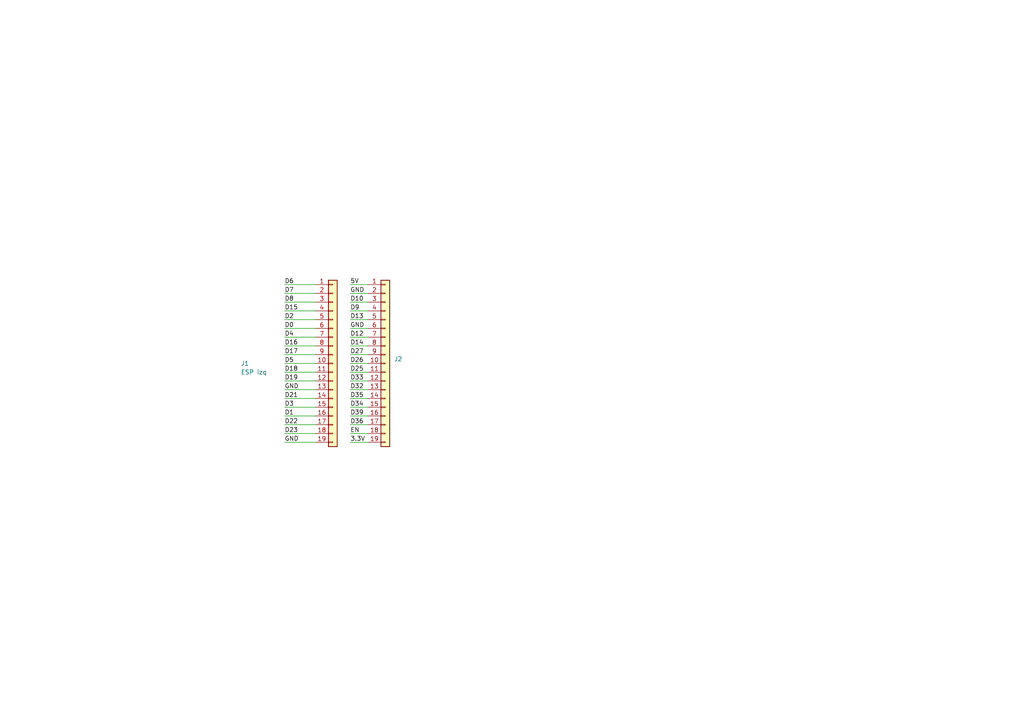
<source format=kicad_sch>
(kicad_sch (version 20230121) (generator eeschema)
  (paper "A4")
  (lib_symbols
    (symbol "Conect_gen:Conn_01x19" (pin_names (offset 1.016) hide)
      (property "Reference" "J" (at 0 25.4 0))
      (property "Value" "Conn_01x19" (at 0 -25.4 0))
      (symbol "Conn_01x19_1_1"
        (rectangle (start -1.27 -22.733) (end 0 -22.987) (stroke (width 0.1524)))
        (rectangle (start -1.27 -20.193) (end 0 -20.447) (stroke (width 0.1524)))
        (rectangle (start -1.27 -17.653) (end 0 -17.907) (stroke (width 0.1524)))
        (rectangle (start -1.27 -15.113) (end 0 -15.367) (stroke (width 0.1524)))
        (rectangle (start -1.27 -12.573) (end 0 -12.827) (stroke (width 0.1524)))
        (rectangle (start -1.27 -10.033) (end 0 -10.287) (stroke (width 0.1524)))
        (rectangle (start -1.27 -7.493) (end 0 -7.747) (stroke (width 0.1524)))
        (rectangle (start -1.27 -4.953) (end 0 -5.207) (stroke (width 0.1524)))
        (rectangle (start -1.27 -2.413) (end 0 -2.667) (stroke (width 0.1524)))
        (rectangle (start -1.27 0.127) (end 0 -0.127) (stroke (width 0.1524)))
        (rectangle (start -1.27 2.667) (end 0 2.413) (stroke (width 0.1524)))
        (rectangle (start -1.27 5.207) (end 0 4.953) (stroke (width 0.1524)))
        (rectangle (start -1.27 7.747) (end 0 7.493) (stroke (width 0.1524)))
        (rectangle (start -1.27 10.287) (end 0 10.033) (stroke (width 0.1524)))
        (rectangle (start -1.27 12.827) (end 0 12.573) (stroke (width 0.1524)))
        (rectangle (start -1.27 15.367) (end 0 15.113) (stroke (width 0.1524)))
        (rectangle (start -1.27 17.907) (end 0 17.653) (stroke (width 0.1524)))
        (rectangle (start -1.27 20.447) (end 0 20.193) (stroke (width 0.1524)))
        (rectangle (start -1.27 22.987) (end 0 22.733) (stroke (width 0.1524)))
        (rectangle (start -1.27 24.13) (end 1.27 -24.13) (stroke (width 0.254)) (fill (type background)))
        (pin passive line (at -5.08 22.86 0) (length 3.81) (name "Pin_1") (number "1"))
        (pin passive line (at -5.08 0 0) (length 3.81) (name "Pin_10") (number "10"))
        (pin passive line (at -5.08 -2.54 0) (length 3.81) (name "Pin_11") (number "11"))
        (pin passive line (at -5.08 -5.08 0) (length 3.81) (name "Pin_12") (number "12"))
        (pin passive line (at -5.08 -7.62 0) (length 3.81) (name "Pin_13") (number "13"))
        (pin passive line (at -5.08 -10.16 0) (length 3.81) (name "Pin_14") (number "14"))
        (pin passive line (at -5.08 -12.7 0) (length 3.81) (name "Pin_15") (number "15"))
        (pin passive line (at -5.08 -15.24 0) (length 3.81) (name "Pin_16") (number "16"))
        (pin passive line (at -5.08 -17.78 0) (length 3.81) (name "Pin_17") (number "17"))
        (pin passive line (at -5.08 -20.32 0) (length 3.81) (name "Pin_18") (number "18"))
        (pin passive line (at -5.08 -22.86 0) (length 3.81) (name "Pin_19") (number "19"))
        (pin passive line (at -5.08 20.32 0) (length 3.81) (name "Pin_2") (number "2"))
        (pin passive line (at -5.08 17.78 0) (length 3.81) (name "Pin_3") (number "3"))
        (pin passive line (at -5.08 15.24 0) (length 3.81) (name "Pin_4") (number "4"))
        (pin passive line (at -5.08 12.7 0) (length 3.81) (name "Pin_5") (number "5"))
        (pin passive line (at -5.08 10.16 0) (length 3.81) (name "Pin_6") (number "6"))
        (pin passive line (at -5.08 7.62 0) (length 3.81) (name "Pin_7") (number "7"))
        (pin passive line (at -5.08 5.08 0) (length 3.81) (name "Pin_8") (number "8"))
        (pin passive line (at -5.08 2.54 0) (length 3.81) (name "Pin_9") (number "9"))
      )
    )
  )
  (wire (pts (xy 82.55 105.41) (xy 91.44 105.41)))
  (wire (pts (xy 101.6 110.49) (xy 106.68 110.49)))
  (wire (pts (xy 101.6 87.63) (xy 106.68 87.63)))
  (wire (pts (xy 101.6 113.03) (xy 106.68 113.03)))
  (wire (pts (xy 101.6 105.41) (xy 106.68 105.41)))
  (wire (pts (xy 82.55 115.57) (xy 91.44 115.57)))
  (wire (pts (xy 101.6 90.17) (xy 106.68 90.17)))
  (wire (pts (xy 82.55 128.27) (xy 91.44 128.27)))
  (wire (pts (xy 101.6 85.09) (xy 106.68 85.09)))
  (wire (pts (xy 82.55 100.33) (xy 91.44 100.33)))
  (wire (pts (xy 101.6 120.65) (xy 106.68 120.65)))
  (wire (pts (xy 82.55 92.71) (xy 91.44 92.71)))
  (wire (pts (xy 82.55 110.49) (xy 91.44 110.49)))
  (wire (pts (xy 82.55 90.17) (xy 91.44 90.17)))
  (wire (pts (xy 101.6 100.33) (xy 106.68 100.33)))
  (wire (pts (xy 101.6 92.71) (xy 106.68 92.71)))
  (wire (pts (xy 101.6 97.79) (xy 106.68 97.79)))
  (wire (pts (xy 82.55 85.09) (xy 91.44 85.09)))
  (wire (pts (xy 101.6 102.87) (xy 106.68 102.87)))
  (wire (pts (xy 101.6 128.27) (xy 106.68 128.27)))
  (wire (pts (xy 82.55 102.87) (xy 91.44 102.87)))
  (wire (pts (xy 101.6 82.55) (xy 106.68 82.55)))
  (wire (pts (xy 82.55 118.11) (xy 91.44 118.11)))
  (wire (pts (xy 82.55 120.65) (xy 91.44 120.65)))
  (wire (pts (xy 82.55 97.79) (xy 91.44 97.79)))
  (wire (pts (xy 82.55 87.63) (xy 91.44 87.63)))
  (wire (pts (xy 101.6 125.73) (xy 106.68 125.73)))
  (wire (pts (xy 82.55 82.55) (xy 91.44 82.55)))
  (wire (pts (xy 101.6 95.25) (xy 106.68 95.25)))
  (wire (pts (xy 101.6 107.95) (xy 106.68 107.95)))
  (wire (pts (xy 82.55 113.03) (xy 91.44 113.03)))
  (wire (pts (xy 101.6 123.19) (xy 106.68 123.19)))
  (wire (pts (xy 101.6 115.57) (xy 106.68 115.57)))
  (wire (pts (xy 82.55 123.19) (xy 91.44 123.19)))
  (wire (pts (xy 82.55 125.73) (xy 91.44 125.73)))
  (wire (pts (xy 101.6 118.11) (xy 106.68 118.11)))
  (wire (pts (xy 82.55 95.25) (xy 91.44 95.25)))
  (wire (pts (xy 82.55 107.95) (xy 91.44 107.95)))
  (label "D12" (at 101.6 97.79 0))
  (label "D3" (at 82.55 118.11 0))
  (label "D5" (at 82.55 105.41 0))
  (label "EN" (at 101.6 125.73 0))
  (label "GND" (at 82.55 128.27 0))
  (label "D4" (at 82.55 97.79 0))
  (label "D14" (at 101.6 100.33 0))
  (label "D13" (at 101.6 92.71 0))
  (label "D23" (at 82.55 125.73 0))
  (label "3.3V" (at 101.6 128.27 0))
  (label "D33" (at 101.6 110.49 0))
  (label "GND" (at 101.6 95.25 0))
  (label "D35" (at 101.6 115.57 0))
  (label "D18" (at 82.55 107.95 0))
  (label "D2" (at 82.55 92.71 0))
  (label "D27" (at 101.6 102.87 0))
  (label "D7" (at 82.55 85.09 0))
  (label "D26" (at 101.6 105.41 0))
  (label "GND" (at 82.55 113.03 0))
  (label "D8" (at 82.55 87.63 0))
  (label "D39" (at 101.6 120.65 0))
  (label "D0" (at 82.55 95.25 0))
  (label "D25" (at 101.6 107.95 0))
  (label "GND" (at 101.6 85.09 0))
  (label "D34" (at 101.6 118.11 0))
  (label "D19" (at 82.55 110.49 0))
  (label "D21" (at 82.55 115.57 0))
  (label "D32" (at 101.6 113.03 0))
  (label "D15" (at 82.55 90.17 0))
  (label "D17" (at 82.55 102.87 0))
  (label "D10" (at 101.6 87.63 0))
  (label "D9" (at 101.6 90.17 0))
  (label "D6" (at 82.55 82.55 0))
  (label "D1" (at 82.55 120.65 0))
  (label "D22" (at 82.55 123.19 0))
  (label "5V" (at 101.6 82.55 0))
  (label "D36" (at 101.6 123.19 0))
  (label "D16" (at 82.55 100.33 0))
  (symbol (lib_id "Conect_gen:Conn_01x19") (at 111.76 105.41 0) (unit 1)
    (property "Reference" "J2" (at 114.3 104.14 0) (effects (justify left)))
    (property "Value" "ESP der" (effects hide))
    (property "Footprint" "Connector_PinSocket_2.54mm:PinSocket_1x19_P2.54mm_Vertical" (effects hide))
  )
  (symbol (lib_id "Conect_gen:Conn_01x19") (at 96.52 105.41 0) (unit 1)
    (property "Reference" "J1" (at 69.85 105.41 0) (effects (justify left)))
    (property "Value" "ESP izq" (at 69.85 107.95 0) (effects (justify left)))
    (property "Footprint" "Connector_PinSocket_2.54mm:PinSocket_1x19_P2.54mm_Vertical" (effects hide))
  )
)
</source>
